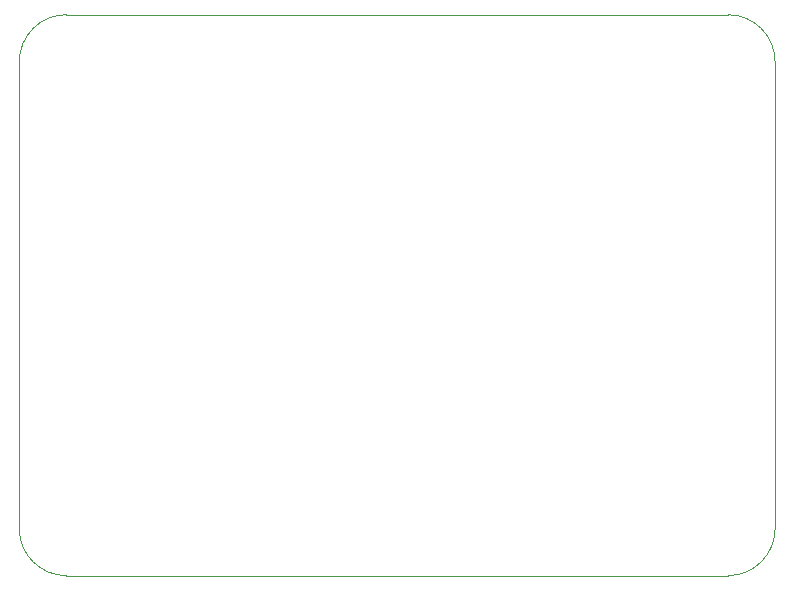
<source format=gbr>
%TF.GenerationSoftware,KiCad,Pcbnew,9.0.0*%
%TF.CreationDate,2025-03-14T14:20:58+02:00*%
%TF.ProjectId,baseball_main_pcb,62617365-6261-46c6-9c5f-6d61696e5f70,rev?*%
%TF.SameCoordinates,Original*%
%TF.FileFunction,Profile,NP*%
%FSLAX46Y46*%
G04 Gerber Fmt 4.6, Leading zero omitted, Abs format (unit mm)*
G04 Created by KiCad (PCBNEW 9.0.0) date 2025-03-14 14:20:58*
%MOMM*%
%LPD*%
G01*
G04 APERTURE LIST*
%TA.AperFunction,Profile*%
%ADD10C,0.050000*%
%TD*%
G04 APERTURE END LIST*
D10*
X199000000Y-98250000D02*
G75*
G02*
X195000000Y-102250000I-4000000J0D01*
G01*
X139000000Y-102250000D02*
G75*
G02*
X135000000Y-98250000I0J4000000D01*
G01*
X195000000Y-54750000D02*
G75*
G02*
X199000000Y-58750000I0J-4000000D01*
G01*
X135000000Y-58750000D02*
G75*
G02*
X139000000Y-54750000I4000000J0D01*
G01*
X195000000Y-102250000D02*
X139000000Y-102250000D01*
X199000000Y-58750000D02*
X199000000Y-98250000D01*
X135000000Y-98250000D02*
X135000000Y-58750000D01*
X139000000Y-54750000D02*
X195000000Y-54750000D01*
M02*

</source>
